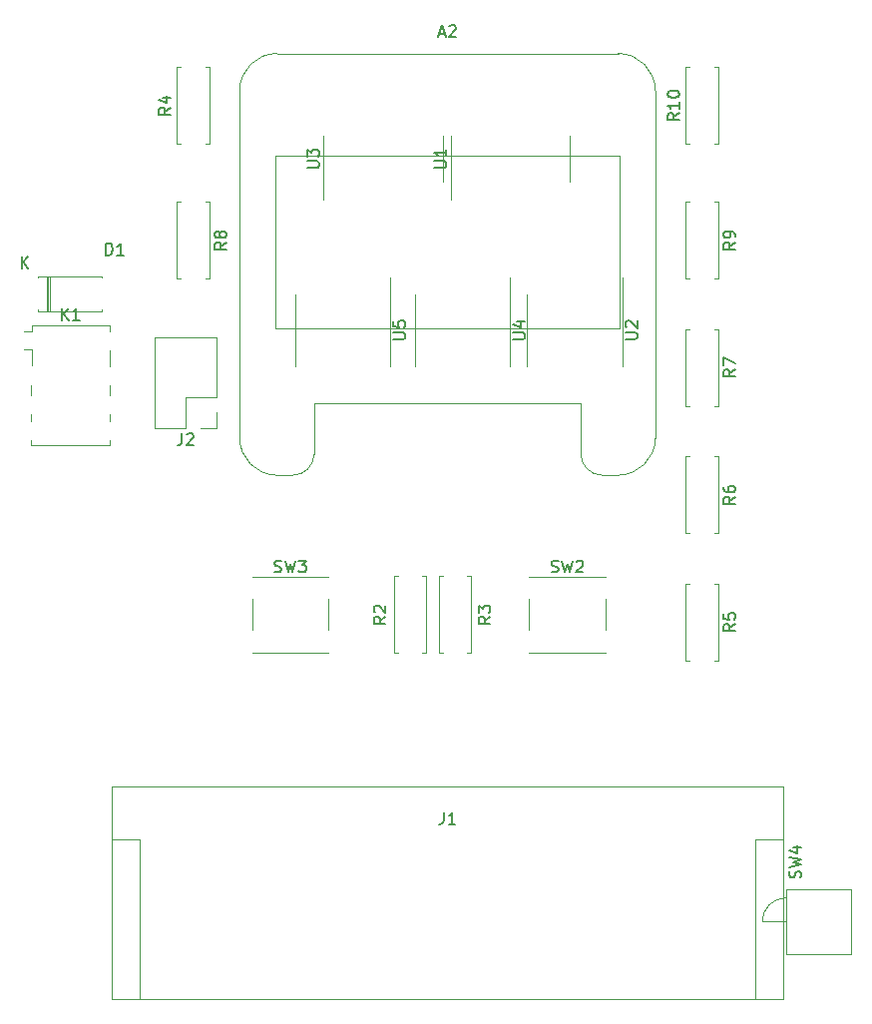
<source format=gbr>
%TF.GenerationSoftware,KiCad,Pcbnew,(5.1.7)-1*%
%TF.CreationDate,2021-08-14T14:26:18+02:00*%
%TF.ProjectId,dumper,64756d70-6572-42e6-9b69-6361645f7063,rev?*%
%TF.SameCoordinates,Original*%
%TF.FileFunction,Legend,Top*%
%TF.FilePolarity,Positive*%
%FSLAX46Y46*%
G04 Gerber Fmt 4.6, Leading zero omitted, Abs format (unit mm)*
G04 Created by KiCad (PCBNEW (5.1.7)-1) date 2021-08-14 14:26:18*
%MOMM*%
%LPD*%
G01*
G04 APERTURE LIST*
%ADD10C,0.120000*%
%ADD11C,0.150000*%
G04 APERTURE END LIST*
D10*
%TO.C,A2*%
X153052000Y-81136000D02*
X182228000Y-81136000D01*
X180768000Y-93582000D02*
X182120000Y-93582000D01*
X156320000Y-87486000D02*
X178960000Y-87486000D01*
X185276000Y-60960000D02*
X185276000Y-90424000D01*
X178960000Y-87486000D02*
X178960000Y-91774000D01*
X182118000Y-57802000D02*
X153162000Y-57802000D01*
X150004000Y-60960000D02*
X150004000Y-90424000D01*
X154512000Y-93582000D02*
X153160000Y-93582000D01*
X156320000Y-87486000D02*
X156320000Y-91774000D01*
X153052000Y-66438000D02*
X153052000Y-81136000D01*
X182228000Y-66438000D02*
X182228000Y-81136000D01*
X153052000Y-66438000D02*
X182228000Y-66438000D01*
X182118000Y-93582000D02*
G75*
G03*
X185276000Y-90424000I0J3158000D01*
G01*
X180766000Y-93582000D02*
G75*
G02*
X178960000Y-91772000I2000J1808000D01*
G01*
X185276000Y-60960000D02*
G75*
G03*
X182118000Y-57802000I-3158000J0D01*
G01*
X150004000Y-60960000D02*
G75*
G02*
X153162000Y-57802000I3158000J0D01*
G01*
X153162000Y-93582000D02*
G75*
G02*
X150004000Y-90424000I0J3158000D01*
G01*
X154514000Y-93582000D02*
G75*
G03*
X156320000Y-91772000I-2000J1808000D01*
G01*
%TO.C,D1*%
X132852500Y-76836120D02*
X132852500Y-76706120D01*
X132852500Y-76706120D02*
X138292500Y-76706120D01*
X138292500Y-76706120D02*
X138292500Y-76836120D01*
X132852500Y-79516120D02*
X132852500Y-79646120D01*
X132852500Y-79646120D02*
X138292500Y-79646120D01*
X138292500Y-79646120D02*
X138292500Y-79516120D01*
X133752500Y-76706120D02*
X133752500Y-79646120D01*
X133872500Y-76706120D02*
X133872500Y-79646120D01*
X133632500Y-76706120D02*
X133632500Y-79646120D01*
%TO.C,J1*%
X141540000Y-124460000D02*
X139140000Y-124460000D01*
X141540000Y-124460000D02*
X141540000Y-138010000D01*
X193740000Y-124460000D02*
X193740000Y-138010000D01*
X196140000Y-124460000D02*
X193740000Y-124460000D01*
X196140000Y-120010000D02*
X196140000Y-124460000D01*
X196140000Y-120010000D02*
X196140000Y-138010000D01*
X139140000Y-120010000D02*
X196140000Y-120010000D01*
X139140000Y-138010000D02*
X139140000Y-120010000D01*
X196140000Y-138010000D02*
X139140000Y-138010000D01*
%TO.C,U5*%
X162785000Y-81280000D02*
X162785000Y-76830000D01*
X162785000Y-81280000D02*
X162785000Y-84330000D01*
X154715000Y-81280000D02*
X154715000Y-78230000D01*
X154715000Y-81280000D02*
X154715000Y-84330000D01*
%TO.C,U4*%
X172945000Y-81280000D02*
X172945000Y-76830000D01*
X172945000Y-81280000D02*
X172945000Y-84330000D01*
X164875000Y-81280000D02*
X164875000Y-78230000D01*
X164875000Y-81280000D02*
X164875000Y-84330000D01*
%TO.C,U3*%
X157116460Y-66738500D02*
X157116460Y-70238500D01*
X157116460Y-66738500D02*
X157116460Y-64788500D01*
X167236460Y-66738500D02*
X167236460Y-68688500D01*
X167236460Y-66738500D02*
X167236460Y-64788500D01*
%TO.C,U2*%
X182470000Y-81280000D02*
X182470000Y-76830000D01*
X182470000Y-81280000D02*
X182470000Y-84330000D01*
X174400000Y-81280000D02*
X174400000Y-78230000D01*
X174400000Y-81280000D02*
X174400000Y-84330000D01*
%TO.C,U1*%
X167911460Y-66738500D02*
X167911460Y-70238500D01*
X167911460Y-66738500D02*
X167911460Y-64788500D01*
X178031460Y-66738500D02*
X178031460Y-68688500D01*
X178031460Y-66738500D02*
X178031460Y-64788500D01*
%TO.C,SW4*%
X196350000Y-131445000D02*
X194350000Y-131445000D01*
X196350000Y-134195000D02*
X199100000Y-134195000D01*
X196350000Y-128695000D02*
X196350000Y-134195000D01*
X201850000Y-128695000D02*
X196350000Y-128695000D01*
X201850000Y-134195000D02*
X201850000Y-128695000D01*
X199100000Y-134195000D02*
X201850000Y-134195000D01*
X194350000Y-131445000D02*
G75*
G02*
X196350000Y-129445000I2000000J0D01*
G01*
%TO.C,SW3*%
X151075000Y-108640000D02*
X157535000Y-108640000D01*
X151075000Y-104110000D02*
X151075000Y-106710000D01*
X151075000Y-102180000D02*
X157535000Y-102180000D01*
X157535000Y-104110000D02*
X157535000Y-106710000D01*
X151075000Y-102210000D02*
X151075000Y-102180000D01*
X151075000Y-108640000D02*
X151075000Y-108610000D01*
X157535000Y-108640000D02*
X157535000Y-108610000D01*
X157535000Y-102180000D02*
X157535000Y-102210000D01*
%TO.C,SW2*%
X174570000Y-108640000D02*
X181030000Y-108640000D01*
X174570000Y-104110000D02*
X174570000Y-106710000D01*
X174570000Y-102180000D02*
X181030000Y-102180000D01*
X181030000Y-104110000D02*
X181030000Y-106710000D01*
X174570000Y-102210000D02*
X174570000Y-102180000D01*
X174570000Y-108640000D02*
X174570000Y-108610000D01*
X181030000Y-108640000D02*
X181030000Y-108610000D01*
X181030000Y-102180000D02*
X181030000Y-102210000D01*
%TO.C,R10*%
X190600000Y-58960000D02*
X190270000Y-58960000D01*
X190600000Y-65500000D02*
X190600000Y-58960000D01*
X190270000Y-65500000D02*
X190600000Y-65500000D01*
X187860000Y-58960000D02*
X188190000Y-58960000D01*
X187860000Y-65500000D02*
X187860000Y-58960000D01*
X188190000Y-65500000D02*
X187860000Y-65500000D01*
%TO.C,R9*%
X187860000Y-76930000D02*
X188190000Y-76930000D01*
X187860000Y-70390000D02*
X187860000Y-76930000D01*
X188190000Y-70390000D02*
X187860000Y-70390000D01*
X190600000Y-76930000D02*
X190270000Y-76930000D01*
X190600000Y-70390000D02*
X190600000Y-76930000D01*
X190270000Y-70390000D02*
X190600000Y-70390000D01*
%TO.C,R8*%
X144680000Y-76930000D02*
X145010000Y-76930000D01*
X144680000Y-70390000D02*
X144680000Y-76930000D01*
X145010000Y-70390000D02*
X144680000Y-70390000D01*
X147420000Y-76930000D02*
X147090000Y-76930000D01*
X147420000Y-70390000D02*
X147420000Y-76930000D01*
X147090000Y-70390000D02*
X147420000Y-70390000D01*
%TO.C,R7*%
X187860000Y-87725000D02*
X188190000Y-87725000D01*
X187860000Y-81185000D02*
X187860000Y-87725000D01*
X188190000Y-81185000D02*
X187860000Y-81185000D01*
X190600000Y-87725000D02*
X190270000Y-87725000D01*
X190600000Y-81185000D02*
X190600000Y-87725000D01*
X190270000Y-81185000D02*
X190600000Y-81185000D01*
%TO.C,R6*%
X187860000Y-98520000D02*
X188190000Y-98520000D01*
X187860000Y-91980000D02*
X187860000Y-98520000D01*
X188190000Y-91980000D02*
X187860000Y-91980000D01*
X190600000Y-98520000D02*
X190270000Y-98520000D01*
X190600000Y-91980000D02*
X190600000Y-98520000D01*
X190270000Y-91980000D02*
X190600000Y-91980000D01*
%TO.C,R5*%
X187860000Y-109315000D02*
X188190000Y-109315000D01*
X187860000Y-102775000D02*
X187860000Y-109315000D01*
X188190000Y-102775000D02*
X187860000Y-102775000D01*
X190600000Y-109315000D02*
X190270000Y-109315000D01*
X190600000Y-102775000D02*
X190600000Y-109315000D01*
X190270000Y-102775000D02*
X190600000Y-102775000D01*
%TO.C,R4*%
X147420000Y-58960000D02*
X147090000Y-58960000D01*
X147420000Y-65500000D02*
X147420000Y-58960000D01*
X147090000Y-65500000D02*
X147420000Y-65500000D01*
X144680000Y-58960000D02*
X145010000Y-58960000D01*
X144680000Y-65500000D02*
X144680000Y-58960000D01*
X145010000Y-65500000D02*
X144680000Y-65500000D01*
%TO.C,R3*%
X163095000Y-108680000D02*
X163425000Y-108680000D01*
X163095000Y-102140000D02*
X163095000Y-108680000D01*
X163425000Y-102140000D02*
X163095000Y-102140000D01*
X165835000Y-108680000D02*
X165505000Y-108680000D01*
X165835000Y-102140000D02*
X165835000Y-108680000D01*
X165505000Y-102140000D02*
X165835000Y-102140000D01*
%TO.C,R2*%
X169645000Y-102140000D02*
X169315000Y-102140000D01*
X169645000Y-108680000D02*
X169645000Y-102140000D01*
X169315000Y-108680000D02*
X169645000Y-108680000D01*
X166905000Y-102140000D02*
X167235000Y-102140000D01*
X166905000Y-108680000D02*
X166905000Y-102140000D01*
X167235000Y-108680000D02*
X166905000Y-108680000D01*
%TO.C,K1*%
X132330920Y-80878840D02*
X138990920Y-80868840D01*
X138990920Y-80868840D02*
X138990920Y-81368840D01*
X138990920Y-82968840D02*
X138990920Y-84368840D01*
X138990920Y-85968840D02*
X138990920Y-86768840D01*
X138990920Y-88368840D02*
X138990920Y-88968840D01*
X138990920Y-90568840D02*
X138990920Y-91068840D01*
X138990920Y-91068840D02*
X132290920Y-91068840D01*
X132290920Y-91068840D02*
X132290920Y-90568840D01*
X132290920Y-88968840D02*
X132290920Y-88368840D01*
X132290920Y-86768840D02*
X132290920Y-85968840D01*
X132330920Y-84278840D02*
X132330920Y-82878840D01*
X132330920Y-80878840D02*
X132330920Y-81378840D01*
X132330920Y-81378840D02*
X131730920Y-81378840D01*
X132330920Y-82878840D02*
X131730920Y-82878840D01*
%TO.C,J2*%
X148015000Y-89595000D02*
X146685000Y-89595000D01*
X148015000Y-88265000D02*
X148015000Y-89595000D01*
X145415000Y-89595000D02*
X142815000Y-89595000D01*
X145415000Y-86995000D02*
X145415000Y-89595000D01*
X148015000Y-86995000D02*
X145415000Y-86995000D01*
X142815000Y-89595000D02*
X142815000Y-81855000D01*
X148015000Y-86995000D02*
X148015000Y-81855000D01*
X148015000Y-81855000D02*
X142815000Y-81855000D01*
%TO.C,A2*%
D11*
X166925714Y-56126666D02*
X167401904Y-56126666D01*
X166830476Y-56412380D02*
X167163809Y-55412380D01*
X167497142Y-56412380D01*
X167782857Y-55507619D02*
X167830476Y-55460000D01*
X167925714Y-55412380D01*
X168163809Y-55412380D01*
X168259047Y-55460000D01*
X168306666Y-55507619D01*
X168354285Y-55602857D01*
X168354285Y-55698095D01*
X168306666Y-55840952D01*
X167735238Y-56412380D01*
X168354285Y-56412380D01*
%TO.C,D1*%
X138644404Y-74908500D02*
X138644404Y-73908500D01*
X138882500Y-73908500D01*
X139025357Y-73956120D01*
X139120595Y-74051358D01*
X139168214Y-74146596D01*
X139215833Y-74337072D01*
X139215833Y-74479929D01*
X139168214Y-74670405D01*
X139120595Y-74765643D01*
X139025357Y-74860881D01*
X138882500Y-74908500D01*
X138644404Y-74908500D01*
X140168214Y-74908500D02*
X139596785Y-74908500D01*
X139882500Y-74908500D02*
X139882500Y-73908500D01*
X139787261Y-74051358D01*
X139692023Y-74146596D01*
X139596785Y-74194215D01*
X131500595Y-76028500D02*
X131500595Y-75028500D01*
X132072023Y-76028500D02*
X131643452Y-75457072D01*
X132072023Y-75028500D02*
X131500595Y-75599929D01*
%TO.C,J1*%
X167306666Y-122185180D02*
X167306666Y-122899466D01*
X167259047Y-123042323D01*
X167163809Y-123137561D01*
X167020952Y-123185180D01*
X166925714Y-123185180D01*
X168306666Y-123185180D02*
X167735238Y-123185180D01*
X168020952Y-123185180D02*
X168020952Y-122185180D01*
X167925714Y-122328038D01*
X167830476Y-122423276D01*
X167735238Y-122470895D01*
%TO.C,U5*%
X163052380Y-82041904D02*
X163861904Y-82041904D01*
X163957142Y-81994285D01*
X164004761Y-81946666D01*
X164052380Y-81851428D01*
X164052380Y-81660952D01*
X164004761Y-81565714D01*
X163957142Y-81518095D01*
X163861904Y-81470476D01*
X163052380Y-81470476D01*
X163052380Y-80518095D02*
X163052380Y-80994285D01*
X163528571Y-81041904D01*
X163480952Y-80994285D01*
X163433333Y-80899047D01*
X163433333Y-80660952D01*
X163480952Y-80565714D01*
X163528571Y-80518095D01*
X163623809Y-80470476D01*
X163861904Y-80470476D01*
X163957142Y-80518095D01*
X164004761Y-80565714D01*
X164052380Y-80660952D01*
X164052380Y-80899047D01*
X164004761Y-80994285D01*
X163957142Y-81041904D01*
%TO.C,U4*%
X173212380Y-82041904D02*
X174021904Y-82041904D01*
X174117142Y-81994285D01*
X174164761Y-81946666D01*
X174212380Y-81851428D01*
X174212380Y-81660952D01*
X174164761Y-81565714D01*
X174117142Y-81518095D01*
X174021904Y-81470476D01*
X173212380Y-81470476D01*
X173545714Y-80565714D02*
X174212380Y-80565714D01*
X173164761Y-80803809D02*
X173879047Y-81041904D01*
X173879047Y-80422857D01*
%TO.C,U3*%
X155728840Y-67500404D02*
X156538364Y-67500404D01*
X156633602Y-67452785D01*
X156681221Y-67405166D01*
X156728840Y-67309928D01*
X156728840Y-67119452D01*
X156681221Y-67024214D01*
X156633602Y-66976595D01*
X156538364Y-66928976D01*
X155728840Y-66928976D01*
X155728840Y-66548023D02*
X155728840Y-65928976D01*
X156109793Y-66262309D01*
X156109793Y-66119452D01*
X156157412Y-66024214D01*
X156205031Y-65976595D01*
X156300269Y-65928976D01*
X156538364Y-65928976D01*
X156633602Y-65976595D01*
X156681221Y-66024214D01*
X156728840Y-66119452D01*
X156728840Y-66405166D01*
X156681221Y-66500404D01*
X156633602Y-66548023D01*
%TO.C,U2*%
X182737380Y-82041904D02*
X183546904Y-82041904D01*
X183642142Y-81994285D01*
X183689761Y-81946666D01*
X183737380Y-81851428D01*
X183737380Y-81660952D01*
X183689761Y-81565714D01*
X183642142Y-81518095D01*
X183546904Y-81470476D01*
X182737380Y-81470476D01*
X182832619Y-81041904D02*
X182785000Y-80994285D01*
X182737380Y-80899047D01*
X182737380Y-80660952D01*
X182785000Y-80565714D01*
X182832619Y-80518095D01*
X182927857Y-80470476D01*
X183023095Y-80470476D01*
X183165952Y-80518095D01*
X183737380Y-81089523D01*
X183737380Y-80470476D01*
%TO.C,U1*%
X166523840Y-67500404D02*
X167333364Y-67500404D01*
X167428602Y-67452785D01*
X167476221Y-67405166D01*
X167523840Y-67309928D01*
X167523840Y-67119452D01*
X167476221Y-67024214D01*
X167428602Y-66976595D01*
X167333364Y-66928976D01*
X166523840Y-66928976D01*
X167523840Y-65928976D02*
X167523840Y-66500404D01*
X167523840Y-66214690D02*
X166523840Y-66214690D01*
X166666698Y-66309928D01*
X166761936Y-66405166D01*
X166809555Y-66500404D01*
%TO.C,SW4*%
X197604761Y-127728333D02*
X197652380Y-127585476D01*
X197652380Y-127347380D01*
X197604761Y-127252142D01*
X197557142Y-127204523D01*
X197461904Y-127156904D01*
X197366666Y-127156904D01*
X197271428Y-127204523D01*
X197223809Y-127252142D01*
X197176190Y-127347380D01*
X197128571Y-127537857D01*
X197080952Y-127633095D01*
X197033333Y-127680714D01*
X196938095Y-127728333D01*
X196842857Y-127728333D01*
X196747619Y-127680714D01*
X196700000Y-127633095D01*
X196652380Y-127537857D01*
X196652380Y-127299761D01*
X196700000Y-127156904D01*
X196652380Y-126823571D02*
X197652380Y-126585476D01*
X196938095Y-126395000D01*
X197652380Y-126204523D01*
X196652380Y-125966428D01*
X196985714Y-125156904D02*
X197652380Y-125156904D01*
X196604761Y-125395000D02*
X197319047Y-125633095D01*
X197319047Y-125014047D01*
%TO.C,SW3*%
X152971666Y-101764761D02*
X153114523Y-101812380D01*
X153352619Y-101812380D01*
X153447857Y-101764761D01*
X153495476Y-101717142D01*
X153543095Y-101621904D01*
X153543095Y-101526666D01*
X153495476Y-101431428D01*
X153447857Y-101383809D01*
X153352619Y-101336190D01*
X153162142Y-101288571D01*
X153066904Y-101240952D01*
X153019285Y-101193333D01*
X152971666Y-101098095D01*
X152971666Y-101002857D01*
X153019285Y-100907619D01*
X153066904Y-100860000D01*
X153162142Y-100812380D01*
X153400238Y-100812380D01*
X153543095Y-100860000D01*
X153876428Y-100812380D02*
X154114523Y-101812380D01*
X154305000Y-101098095D01*
X154495476Y-101812380D01*
X154733571Y-100812380D01*
X155019285Y-100812380D02*
X155638333Y-100812380D01*
X155305000Y-101193333D01*
X155447857Y-101193333D01*
X155543095Y-101240952D01*
X155590714Y-101288571D01*
X155638333Y-101383809D01*
X155638333Y-101621904D01*
X155590714Y-101717142D01*
X155543095Y-101764761D01*
X155447857Y-101812380D01*
X155162142Y-101812380D01*
X155066904Y-101764761D01*
X155019285Y-101717142D01*
%TO.C,SW2*%
X176466666Y-101764761D02*
X176609523Y-101812380D01*
X176847619Y-101812380D01*
X176942857Y-101764761D01*
X176990476Y-101717142D01*
X177038095Y-101621904D01*
X177038095Y-101526666D01*
X176990476Y-101431428D01*
X176942857Y-101383809D01*
X176847619Y-101336190D01*
X176657142Y-101288571D01*
X176561904Y-101240952D01*
X176514285Y-101193333D01*
X176466666Y-101098095D01*
X176466666Y-101002857D01*
X176514285Y-100907619D01*
X176561904Y-100860000D01*
X176657142Y-100812380D01*
X176895238Y-100812380D01*
X177038095Y-100860000D01*
X177371428Y-100812380D02*
X177609523Y-101812380D01*
X177800000Y-101098095D01*
X177990476Y-101812380D01*
X178228571Y-100812380D01*
X178561904Y-100907619D02*
X178609523Y-100860000D01*
X178704761Y-100812380D01*
X178942857Y-100812380D01*
X179038095Y-100860000D01*
X179085714Y-100907619D01*
X179133333Y-101002857D01*
X179133333Y-101098095D01*
X179085714Y-101240952D01*
X178514285Y-101812380D01*
X179133333Y-101812380D01*
%TO.C,R10*%
X187312380Y-62872857D02*
X186836190Y-63206190D01*
X187312380Y-63444285D02*
X186312380Y-63444285D01*
X186312380Y-63063333D01*
X186360000Y-62968095D01*
X186407619Y-62920476D01*
X186502857Y-62872857D01*
X186645714Y-62872857D01*
X186740952Y-62920476D01*
X186788571Y-62968095D01*
X186836190Y-63063333D01*
X186836190Y-63444285D01*
X187312380Y-61920476D02*
X187312380Y-62491904D01*
X187312380Y-62206190D02*
X186312380Y-62206190D01*
X186455238Y-62301428D01*
X186550476Y-62396666D01*
X186598095Y-62491904D01*
X186312380Y-61301428D02*
X186312380Y-61206190D01*
X186360000Y-61110952D01*
X186407619Y-61063333D01*
X186502857Y-61015714D01*
X186693333Y-60968095D01*
X186931428Y-60968095D01*
X187121904Y-61015714D01*
X187217142Y-61063333D01*
X187264761Y-61110952D01*
X187312380Y-61206190D01*
X187312380Y-61301428D01*
X187264761Y-61396666D01*
X187217142Y-61444285D01*
X187121904Y-61491904D01*
X186931428Y-61539523D01*
X186693333Y-61539523D01*
X186502857Y-61491904D01*
X186407619Y-61444285D01*
X186360000Y-61396666D01*
X186312380Y-61301428D01*
%TO.C,R9*%
X192052380Y-73826666D02*
X191576190Y-74160000D01*
X192052380Y-74398095D02*
X191052380Y-74398095D01*
X191052380Y-74017142D01*
X191100000Y-73921904D01*
X191147619Y-73874285D01*
X191242857Y-73826666D01*
X191385714Y-73826666D01*
X191480952Y-73874285D01*
X191528571Y-73921904D01*
X191576190Y-74017142D01*
X191576190Y-74398095D01*
X192052380Y-73350476D02*
X192052380Y-73160000D01*
X192004761Y-73064761D01*
X191957142Y-73017142D01*
X191814285Y-72921904D01*
X191623809Y-72874285D01*
X191242857Y-72874285D01*
X191147619Y-72921904D01*
X191100000Y-72969523D01*
X191052380Y-73064761D01*
X191052380Y-73255238D01*
X191100000Y-73350476D01*
X191147619Y-73398095D01*
X191242857Y-73445714D01*
X191480952Y-73445714D01*
X191576190Y-73398095D01*
X191623809Y-73350476D01*
X191671428Y-73255238D01*
X191671428Y-73064761D01*
X191623809Y-72969523D01*
X191576190Y-72921904D01*
X191480952Y-72874285D01*
%TO.C,R8*%
X148872380Y-73826666D02*
X148396190Y-74160000D01*
X148872380Y-74398095D02*
X147872380Y-74398095D01*
X147872380Y-74017142D01*
X147920000Y-73921904D01*
X147967619Y-73874285D01*
X148062857Y-73826666D01*
X148205714Y-73826666D01*
X148300952Y-73874285D01*
X148348571Y-73921904D01*
X148396190Y-74017142D01*
X148396190Y-74398095D01*
X148300952Y-73255238D02*
X148253333Y-73350476D01*
X148205714Y-73398095D01*
X148110476Y-73445714D01*
X148062857Y-73445714D01*
X147967619Y-73398095D01*
X147920000Y-73350476D01*
X147872380Y-73255238D01*
X147872380Y-73064761D01*
X147920000Y-72969523D01*
X147967619Y-72921904D01*
X148062857Y-72874285D01*
X148110476Y-72874285D01*
X148205714Y-72921904D01*
X148253333Y-72969523D01*
X148300952Y-73064761D01*
X148300952Y-73255238D01*
X148348571Y-73350476D01*
X148396190Y-73398095D01*
X148491428Y-73445714D01*
X148681904Y-73445714D01*
X148777142Y-73398095D01*
X148824761Y-73350476D01*
X148872380Y-73255238D01*
X148872380Y-73064761D01*
X148824761Y-72969523D01*
X148777142Y-72921904D01*
X148681904Y-72874285D01*
X148491428Y-72874285D01*
X148396190Y-72921904D01*
X148348571Y-72969523D01*
X148300952Y-73064761D01*
%TO.C,R7*%
X192052380Y-84621666D02*
X191576190Y-84955000D01*
X192052380Y-85193095D02*
X191052380Y-85193095D01*
X191052380Y-84812142D01*
X191100000Y-84716904D01*
X191147619Y-84669285D01*
X191242857Y-84621666D01*
X191385714Y-84621666D01*
X191480952Y-84669285D01*
X191528571Y-84716904D01*
X191576190Y-84812142D01*
X191576190Y-85193095D01*
X191052380Y-84288333D02*
X191052380Y-83621666D01*
X192052380Y-84050238D01*
%TO.C,R6*%
X192052380Y-95416666D02*
X191576190Y-95750000D01*
X192052380Y-95988095D02*
X191052380Y-95988095D01*
X191052380Y-95607142D01*
X191100000Y-95511904D01*
X191147619Y-95464285D01*
X191242857Y-95416666D01*
X191385714Y-95416666D01*
X191480952Y-95464285D01*
X191528571Y-95511904D01*
X191576190Y-95607142D01*
X191576190Y-95988095D01*
X191052380Y-94559523D02*
X191052380Y-94750000D01*
X191100000Y-94845238D01*
X191147619Y-94892857D01*
X191290476Y-94988095D01*
X191480952Y-95035714D01*
X191861904Y-95035714D01*
X191957142Y-94988095D01*
X192004761Y-94940476D01*
X192052380Y-94845238D01*
X192052380Y-94654761D01*
X192004761Y-94559523D01*
X191957142Y-94511904D01*
X191861904Y-94464285D01*
X191623809Y-94464285D01*
X191528571Y-94511904D01*
X191480952Y-94559523D01*
X191433333Y-94654761D01*
X191433333Y-94845238D01*
X191480952Y-94940476D01*
X191528571Y-94988095D01*
X191623809Y-95035714D01*
%TO.C,R5*%
X192052380Y-106211666D02*
X191576190Y-106545000D01*
X192052380Y-106783095D02*
X191052380Y-106783095D01*
X191052380Y-106402142D01*
X191100000Y-106306904D01*
X191147619Y-106259285D01*
X191242857Y-106211666D01*
X191385714Y-106211666D01*
X191480952Y-106259285D01*
X191528571Y-106306904D01*
X191576190Y-106402142D01*
X191576190Y-106783095D01*
X191052380Y-105306904D02*
X191052380Y-105783095D01*
X191528571Y-105830714D01*
X191480952Y-105783095D01*
X191433333Y-105687857D01*
X191433333Y-105449761D01*
X191480952Y-105354523D01*
X191528571Y-105306904D01*
X191623809Y-105259285D01*
X191861904Y-105259285D01*
X191957142Y-105306904D01*
X192004761Y-105354523D01*
X192052380Y-105449761D01*
X192052380Y-105687857D01*
X192004761Y-105783095D01*
X191957142Y-105830714D01*
%TO.C,R4*%
X144132380Y-62396666D02*
X143656190Y-62730000D01*
X144132380Y-62968095D02*
X143132380Y-62968095D01*
X143132380Y-62587142D01*
X143180000Y-62491904D01*
X143227619Y-62444285D01*
X143322857Y-62396666D01*
X143465714Y-62396666D01*
X143560952Y-62444285D01*
X143608571Y-62491904D01*
X143656190Y-62587142D01*
X143656190Y-62968095D01*
X143465714Y-61539523D02*
X144132380Y-61539523D01*
X143084761Y-61777619D02*
X143799047Y-62015714D01*
X143799047Y-61396666D01*
%TO.C,R3*%
X171267380Y-105576666D02*
X170791190Y-105910000D01*
X171267380Y-106148095D02*
X170267380Y-106148095D01*
X170267380Y-105767142D01*
X170315000Y-105671904D01*
X170362619Y-105624285D01*
X170457857Y-105576666D01*
X170600714Y-105576666D01*
X170695952Y-105624285D01*
X170743571Y-105671904D01*
X170791190Y-105767142D01*
X170791190Y-106148095D01*
X170267380Y-105243333D02*
X170267380Y-104624285D01*
X170648333Y-104957619D01*
X170648333Y-104814761D01*
X170695952Y-104719523D01*
X170743571Y-104671904D01*
X170838809Y-104624285D01*
X171076904Y-104624285D01*
X171172142Y-104671904D01*
X171219761Y-104719523D01*
X171267380Y-104814761D01*
X171267380Y-105100476D01*
X171219761Y-105195714D01*
X171172142Y-105243333D01*
%TO.C,R2*%
X162377380Y-105576666D02*
X161901190Y-105910000D01*
X162377380Y-106148095D02*
X161377380Y-106148095D01*
X161377380Y-105767142D01*
X161425000Y-105671904D01*
X161472619Y-105624285D01*
X161567857Y-105576666D01*
X161710714Y-105576666D01*
X161805952Y-105624285D01*
X161853571Y-105671904D01*
X161901190Y-105767142D01*
X161901190Y-106148095D01*
X161472619Y-105195714D02*
X161425000Y-105148095D01*
X161377380Y-105052857D01*
X161377380Y-104814761D01*
X161425000Y-104719523D01*
X161472619Y-104671904D01*
X161567857Y-104624285D01*
X161663095Y-104624285D01*
X161805952Y-104671904D01*
X162377380Y-105243333D01*
X162377380Y-104624285D01*
%TO.C,K1*%
X134892824Y-80421220D02*
X134892824Y-79421220D01*
X135464253Y-80421220D02*
X135035681Y-79849792D01*
X135464253Y-79421220D02*
X134892824Y-79992649D01*
X136416634Y-80421220D02*
X135845205Y-80421220D01*
X136130920Y-80421220D02*
X136130920Y-79421220D01*
X136035681Y-79564078D01*
X135940443Y-79659316D01*
X135845205Y-79706935D01*
%TO.C,J2*%
X145081666Y-90047380D02*
X145081666Y-90761666D01*
X145034047Y-90904523D01*
X144938809Y-90999761D01*
X144795952Y-91047380D01*
X144700714Y-91047380D01*
X145510238Y-90142619D02*
X145557857Y-90095000D01*
X145653095Y-90047380D01*
X145891190Y-90047380D01*
X145986428Y-90095000D01*
X146034047Y-90142619D01*
X146081666Y-90237857D01*
X146081666Y-90333095D01*
X146034047Y-90475952D01*
X145462619Y-91047380D01*
X146081666Y-91047380D01*
%TD*%
M02*

</source>
